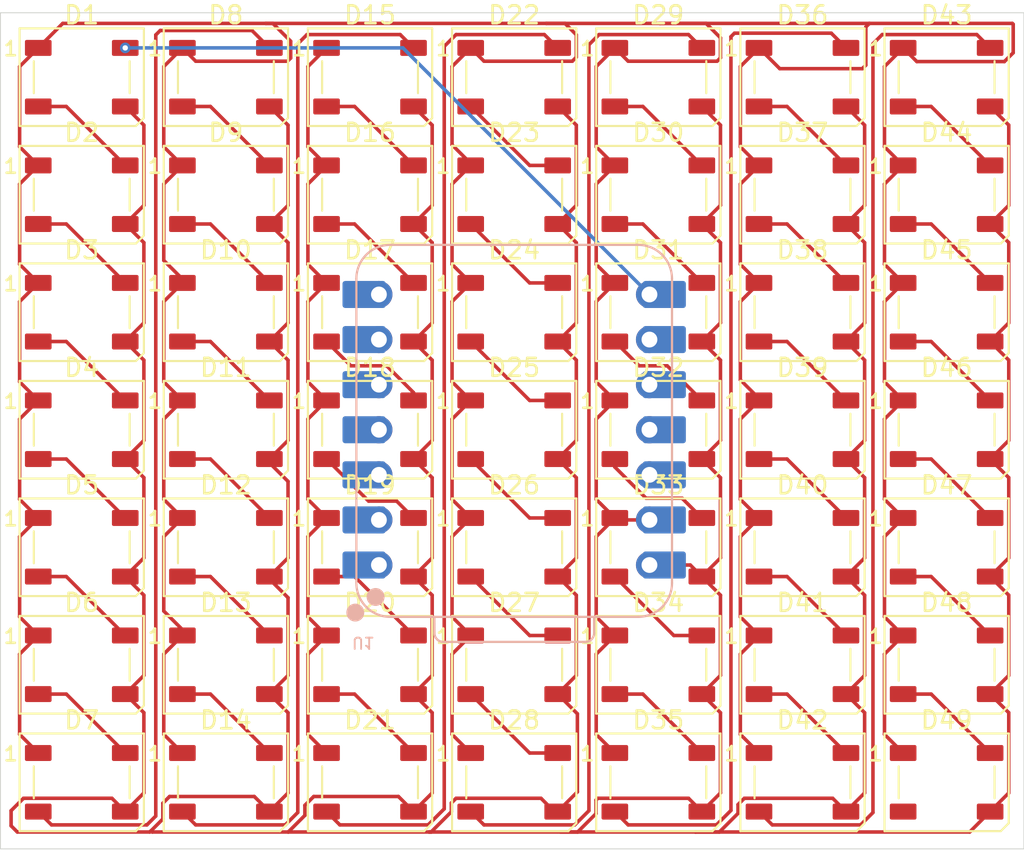
<source format=kicad_pcb>
(kicad_pcb (version 20240108) (generator "pcbnew") (generator_version "8.0")
  (layers (0 "F.Cu" signal) (31 "B.Cu" signal) (34 "B.Paste" user) (35 "F.Paste" user) (36 "B.SilkS" user "B.Silkscreen") (37 "F.SilkS" user "F.Silkscreen") (38 "B.Mask" user) (39 "F.Mask" user) (44 "Edge.Cuts" user))
  (net 0 "")
  (net 12 "GND")
  (net 13 "GNDPWR")
  (net 14 "Net-(D1-DOUT)")
  (net 15 "Net-(D1-DIN)")
  (net 16 "Net-(D2-DOUT)")
  (net 17 "Net-(D3-DOUT)")
  (net 18 "Net-(D4-DOUT)")
  (net 19 "Net-(D5-DOUT)")
  (net 20 "Net-(D6-DOUT)")
  (net 21 "Net-(D7-DOUT)")
  (net 22 "Net-(D8-DOUT)")
  (net 23 "Net-(D10-DIN)")
  (net 24 "Net-(D10-DOUT)")
  (net 25 "Net-(D11-DOUT)")
  (net 26 "Net-(D12-DOUT)")
  (net 27 "Net-(D13-DOUT)")
  (net 28 "Net-(D14-DOUT)")
  (net 29 "Net-(D15-DOUT)")
  (net 30 "Net-(D16-DOUT)")
  (net 31 "Net-(D17-DOUT)")
  (net 32 "Net-(D18-DOUT)")
  (net 33 "Net-(D19-DOUT)")
  (net 34 "Net-(D20-DOUT)")
  (net 35 "Net-(D21-DOUT)")
  (net 36 "Net-(D22-DOUT)")
  (net 37 "Net-(D23-DOUT)")
  (net 38 "Net-(D24-DOUT)")
  (net 39 "Net-(D25-DOUT)")
  (net 40 "Net-(D26-DOUT)")
  (net 41 "Net-(D27-DOUT)")
  (net 42 "Net-(D28-DOUT)")
  (net 43 "Net-(D29-DOUT)")
  (net 44 "Net-(D30-DOUT)")
  (net 45 "Net-(D31-DOUT)")
  (net 46 "Net-(D32-DOUT)")
  (net 47 "Net-(D33-DOUT)")
  (net 48 "Net-(D34-DOUT)")
  (net 49 "Net-(D35-DOUT)")
  (net 50 "Net-(D36-DOUT)")
  (net 51 "Net-(D37-DOUT)")
  (net 52 "Net-(D38-DOUT)")
  (net 53 "Net-(D39-DOUT)")
  (net 54 "Net-(D40-DOUT)")
  (net 55 "Net-(D41-DOUT)")
  (net 56 "Net-(D42-DOUT)")
  (net 57 "Net-(D43-DOUT)")
  (net 58 "Net-(D44-DOUT)")
  (net 59 "Net-(D45-DOUT)")
  (net 60 "Net-(D46-DOUT)")
  (net 61 "Net-(D47-DOUT)")
  (net 62 "Net-(D48-DOUT)")
  (footprint "LED_SMD:LED_WS2812B_PLCC4_5.0x5.0mm_P3.2mm" (layer "F.Cu") (at 162.55 90.98)
    (property "Reference" "D48")
    (property "Value" "WS2812B")
  )
  (footprint "LED_SMD:LED_WS2812B_PLCC4_5.0x5.0mm_P3.2mm" (layer "F.Cu") (at 154.43 97.6)
    (property "Reference" "D42")
    (property "Value" "WS2812B")
  )
  (footprint "LED_SMD:LED_WS2812B_PLCC4_5.0x5.0mm_P3.2mm" (layer "F.Cu") (at 130.07 71.12)
    (property "Reference" "D17")
    (property "Value" "WS2812B")
  )
  (footprint "LED_SMD:LED_WS2812B_PLCC4_5.0x5.0mm_P3.2mm" (layer "F.Cu") (at 121.95 77.74)
    (property "Reference" "D11")
    (property "Value" "WS2812B")
  )
  (footprint "LED_SMD:LED_WS2812B_PLCC4_5.0x5.0mm_P3.2mm" (layer "F.Cu") (at 113.83 77.74)
    (property "Reference" "D4")
    (property "Value" "WS2812B")
  )
  (footprint "LED_SMD:LED_WS2812B_PLCC4_5.0x5.0mm_P3.2mm" (layer "F.Cu") (at 146.31 71.12)
    (property "Reference" "D31")
    (property "Value" "WS2812B")
  )
  (footprint "LED_SMD:LED_WS2812B_PLCC4_5.0x5.0mm_P3.2mm" (layer "F.Cu") (at 154.43 71.12)
    (property "Reference" "D38")
    (property "Value" "WS2812B")
  )
  (footprint "LED_SMD:LED_WS2812B_PLCC4_5.0x5.0mm_P3.2mm" (layer "F.Cu") (at 130.07 77.74)
    (property "Reference" "D18")
    (property "Value" "WS2812B")
  )
  (footprint "LED_SMD:LED_WS2812B_PLCC4_5.0x5.0mm_P3.2mm" (layer "F.Cu") (at 162.55 64.5)
    (property "Reference" "D44")
    (property "Value" "WS2812B")
  )
  (footprint "LED_SMD:LED_WS2812B_PLCC4_5.0x5.0mm_P3.2mm" (layer "F.Cu") (at 162.55 97.6)
    (property "Reference" "D49")
    (property "Value" "WS2812B")
  )
  (footprint "LED_SMD:LED_WS2812B_PLCC4_5.0x5.0mm_P3.2mm" (layer "F.Cu") (at 138.19 97.6)
    (property "Reference" "D28")
    (property "Value" "WS2812B")
  )
  (footprint "LED_SMD:LED_WS2812B_PLCC4_5.0x5.0mm_P3.2mm" (layer "F.Cu") (at 138.19 90.98)
    (property "Reference" "D27")
    (property "Value" "WS2812B")
  )
  (footprint "LED_SMD:LED_WS2812B_PLCC4_5.0x5.0mm_P3.2mm" (layer "F.Cu") (at 130.07 57.88)
    (property "Reference" "D15")
    (property "Value" "WS2812B")
  )
  (footprint "LED_SMD:LED_WS2812B_PLCC4_5.0x5.0mm_P3.2mm" (layer "F.Cu") (at 146.31 97.6)
    (property "Reference" "D35")
    (property "Value" "WS2812B")
  )
  (footprint "LED_SMD:LED_WS2812B_PLCC4_5.0x5.0mm_P3.2mm" (layer "F.Cu") (at 154.43 90.98)
    (property "Reference" "D41")
    (property "Value" "WS2812B")
  )
  (footprint "LED_SMD:LED_WS2812B_PLCC4_5.0x5.0mm_P3.2mm" (layer "F.Cu") (at 113.83 90.98)
    (property "Reference" "D6")
    (property "Value" "WS2812B")
  )
  (footprint "LED_SMD:LED_WS2812B_PLCC4_5.0x5.0mm_P3.2mm" (layer "F.Cu") (at 146.31 90.98)
    (property "Reference" "D34")
    (property "Value" "WS2812B")
  )
  (footprint "LED_SMD:LED_WS2812B_PLCC4_5.0x5.0mm_P3.2mm" (layer "F.Cu") (at 138.19 57.88)
    (property "Reference" "D22")
    (property "Value" "WS2812B")
  )
  (footprint "LED_SMD:LED_WS2812B_PLCC4_5.0x5.0mm_P3.2mm" (layer "F.Cu") (at 154.43 64.5)
    (property "Reference" "D37")
    (property "Value" "WS2812B")
  )
  (footprint "LED_SMD:LED_WS2812B_PLCC4_5.0x5.0mm_P3.2mm" (layer "F.Cu") (at 113.83 84.36)
    (property "Reference" "D5")
    (property "Value" "WS2812B")
  )
  (footprint "LED_SMD:LED_WS2812B_PLCC4_5.0x5.0mm_P3.2mm" (layer "F.Cu") (at 121.95 57.88)
    (property "Reference" "D8")
    (property "Value" "WS2812B")
  )
  (footprint "LED_SMD:LED_WS2812B_PLCC4_5.0x5.0mm_P3.2mm" (layer "F.Cu") (at 162.55 84.36)
    (property "Reference" "D47")
    (property "Value" "WS2812B")
  )
  (footprint "LED_SMD:LED_WS2812B_PLCC4_5.0x5.0mm_P3.2mm" (layer "F.Cu") (at 130.07 97.6)
    (property "Reference" "D21")
    (property "Value" "WS2812B")
  )
  (footprint "LED_SMD:LED_WS2812B_PLCC4_5.0x5.0mm_P3.2mm" (layer "F.Cu") (at 162.55 71.12)
    (property "Reference" "D45")
    (property "Value" "WS2812B")
  )
  (footprint "LED_SMD:LED_WS2812B_PLCC4_5.0x5.0mm_P3.2mm" (layer "F.Cu") (at 146.31 57.88)
    (property "Reference" "D29")
    (property "Value" "WS2812B")
  )
  (footprint "LED_SMD:LED_WS2812B_PLCC4_5.0x5.0mm_P3.2mm" (layer "F.Cu") (at 154.43 77.74)
    (property "Reference" "D39")
    (property "Value" "WS2812B")
  )
  (footprint "LED_SMD:LED_WS2812B_PLCC4_5.0x5.0mm_P3.2mm" (layer "F.Cu") (at 138.19 84.36)
    (property "Reference" "D26")
    (property "Value" "WS2812B")
  )
  (footprint "LED_SMD:LED_WS2812B_PLCC4_5.0x5.0mm_P3.2mm" (layer "F.Cu") (at 130.07 90.98)
    (property "Reference" "D20")
    (property "Value" "WS2812B")
  )
  (footprint "LED_SMD:LED_WS2812B_PLCC4_5.0x5.0mm_P3.2mm" (layer "F.Cu") (at 138.19 71.12)
    (property "Reference" "D24")
    (property "Value" "WS2812B")
  )
  (footprint "LED_SMD:LED_WS2812B_PLCC4_5.0x5.0mm_P3.2mm" (layer "F.Cu") (at 162.55 77.74)
    (property "Reference" "D46")
    (property "Value" "WS2812B")
  )
  (footprint "LED_SMD:LED_WS2812B_PLCC4_5.0x5.0mm_P3.2mm" (layer "F.Cu") (at 138.19 77.74)
    (property "Reference" "D25")
    (property "Value" "WS2812B")
  )
  (footprint "LED_SMD:LED_WS2812B_PLCC4_5.0x5.0mm_P3.2mm" (layer "F.Cu") (at 121.95 71.12)
    (property "Reference" "D10")
    (property "Value" "WS2812B")
  )
  (footprint "LED_SMD:LED_WS2812B_PLCC4_5.0x5.0mm_P3.2mm" (layer "F.Cu") (at 138.19 64.5)
    (property "Reference" "D23")
    (property "Value" "WS2812B")
  )
  (footprint "LED_SMD:LED_WS2812B_PLCC4_5.0x5.0mm_P3.2mm" (layer "F.Cu") (at 121.95 90.98)
    (property "Reference" "D13")
    (property "Value" "WS2812B")
  )
  (footprint "LED_SMD:LED_WS2812B_PLCC4_5.0x5.0mm_P3.2mm" (layer "F.Cu") (at 113.83 64.5)
    (property "Reference" "D2")
    (property "Value" "WS2812B")
  )
  (footprint "LED_SMD:LED_WS2812B_PLCC4_5.0x5.0mm_P3.2mm" (layer "F.Cu") (at 130.07 64.5)
    (property "Reference" "D16")
    (property "Value" "WS2812B")
  )
  (footprint "LED_SMD:LED_WS2812B_PLCC4_5.0x5.0mm_P3.2mm" (layer "F.Cu") (at 113.83 97.6)
    (property "Reference" "D7")
    (property "Value" "WS2812B")
  )
  (footprint "LED_SMD:LED_WS2812B_PLCC4_5.0x5.0mm_P3.2mm" (layer "F.Cu") (at 154.43 57.88)
    (property "Reference" "D36")
    (property "Value" "WS2812B")
  )
  (footprint "LED_SMD:LED_WS2812B_PLCC4_5.0x5.0mm_P3.2mm" (layer "F.Cu") (at 113.83 57.88)
    (property "Reference" "D1")
    (property "Value" "WS2812B")
  )
  (footprint "LED_SMD:LED_WS2812B_PLCC4_5.0x5.0mm_P3.2mm" (layer "F.Cu") (at 154.43 84.36)
    (property "Reference" "D40")
    (property "Value" "WS2812B")
  )
  (footprint "LED_SMD:LED_WS2812B_PLCC4_5.0x5.0mm_P3.2mm" (layer "F.Cu") (at 146.31 84.36)
    (property "Reference" "D33")
    (property "Value" "WS2812B")
  )
  (footprint "LED_SMD:LED_WS2812B_PLCC4_5.0x5.0mm_P3.2mm" (layer "F.Cu") (at 162.55 57.88)
    (property "Reference" "D43")
    (property "Value" "WS2812B")
  )
  (footprint "LED_SMD:LED_WS2812B_PLCC4_5.0x5.0mm_P3.2mm" (layer "F.Cu") (at 146.31 77.74)
    (property "Reference" "D32")
    (property "Value" "WS2812B")
  )
  (footprint "LED_SMD:LED_WS2812B_PLCC4_5.0x5.0mm_P3.2mm" (layer "F.Cu") (at 130.07 84.36)
    (property "Reference" "D19")
    (property "Value" "WS2812B")
  )
  (footprint "LED_SMD:LED_WS2812B_PLCC4_5.0x5.0mm_P3.2mm" (layer "F.Cu") (at 146.31 64.5)
    (property "Reference" "D30")
    (property "Value" "WS2812B")
  )
  (footprint "LED_SMD:LED_WS2812B_PLCC4_5.0x5.0mm_P3.2mm" (layer "F.Cu") (at 121.95 84.36)
    (property "Reference" "D12")
    (property "Value" "WS2812B")
  )
  (footprint "LED_SMD:LED_WS2812B_PLCC4_5.0x5.0mm_P3.2mm" (layer "F.Cu") (at 121.95 64.5)
    (property "Reference" "D9")
    (property "Value" "WS2812B")
  )
  (footprint "LED_SMD:LED_WS2812B_PLCC4_5.0x5.0mm_P3.2mm" (layer "F.Cu") (at 121.95 97.6)
    (property "Reference" "D14")
    (property "Value" "WS2812B")
  )
  (footprint "LED_SMD:LED_WS2812B_PLCC4_5.0x5.0mm_P3.2mm" (layer "F.Cu") (at 113.83 71.12)
    (property "Reference" "D3")
    (property "Value" "WS2812B")
  )
  (footprint "Seeed Studio XIAO Series Library:XIAO-RP2040-DIP" (layer "B.Cu") (at 138.19 77.74)
    (property "Reference" "U1")
    (property "Value" "XIAO-RP2040-DIP")
  )
  (gr_rect (start 109.25 54.25) (end 166.9 101.35) (stroke (width 0.05)) (fill none) (layer "Edge.Cuts"))
  (segment (start 111.38 89.33) (end 110.33 90.38) (width 0.2) (layer "F.Cu") (net 12))
  (segment (start 119.5 89.33) (end 119.5 89) (width 0.2) (layer "F.Cu") (net 12))
  (segment (start 126.57 57.28) (end 126.57 61.8) (width 0.2) (layer "F.Cu") (net 12))
  (segment (start 110.33 57.28) (end 111.38 56.23) (width 0.2) (layer "F.Cu") (net 12))
  (segment (start 150.93 68.42) (end 150.93 63.9) (width 0.2) (layer "F.Cu") (net 12))
  (segment (start 110.33 90.38) (end 110.33 94.9) (width 0.2) (layer "F.Cu") (net 12))
  (segment (start 118.45 90.38) (end 119.5 89.33) (width 0.2) (layer "F.Cu") (net 12))
  (segment (start 158.2 54.85) (end 166.25 54.85) (width 0.2) (layer "F.Cu") (net 12))
  (segment (start 118.45 70.52) (end 119.5 69.47) (width 0.2) (layer "F.Cu") (net 12))
  (segment (start 159.05 90.38) (end 159.05 94.9) (width 0.2) (layer "F.Cu") (net 12))
  (segment (start 141.69 55.49) (end 141.05 54.85) (width 0.2) (layer "F.Cu") (net 12))
  (segment (start 144.61 56.98) (end 149.62 56.98) (width 0.2) (layer "F.Cu") (net 12))
  (segment (start 142.81 57.28) (end 142.81 61.8) (width 0.2) (layer "F.Cu") (net 12))
  (segment (start 150.93 81.66) (end 150.93 77.14) (width 0.2) (layer "F.Cu") (net 12))
  (segment (start 119.5 69.25) (end 118.45 68.2) (width 0.2) (layer "F.Cu") (net 12))
  (segment (start 110.33 88.28) (end 111.38 89.33) (width 0.2) (layer "F.Cu") (net 12))
  (segment (start 125.6 56.8) (end 125.6 55.855964) (width 0.2) (layer "F.Cu") (net 12))
  (segment (start 110.33 68.42) (end 111.38 69.47) (width 0.2) (layer "F.Cu") (net 12))
  (segment (start 134.69 81.66) (end 134.69 77.14) (width 0.2) (layer "F.Cu") (net 12))
  (segment (start 160.1 76.09) (end 159.05 77.14) (width 0.2) (layer "F.Cu") (net 12))
  (segment (start 158 57.2) (end 157.8 57.4) (width 0.2) (layer "F.Cu") (net 12))
  (segment (start 143.86 69.47) (end 142.81 70.52) (width 0.2) (layer "F.Cu") (net 12))
  (segment (start 118.45 57.28) (end 119.5 56.23) (width 0.2) (layer "F.Cu") (net 12))
  (segment (start 118.45 68.2) (end 118.45 63.9) (width 0.2) (layer "F.Cu") (net 12))
  (segment (start 110.33 63.9) (end 110.33 68.42) (width 0.2) (layer "F.Cu") (net 12))
  (segment (start 125.42 56.98) (end 125.6 56.8) (width 0.2) (layer "F.Cu") (net 12))
  (segment (start 126.57 81.66) (end 127.62 82.71) (width 0.2) (layer "F.Cu") (net 12))
  (segment (start 126.57 88.28) (end 127.62 89.33) (width 0.2) (layer "F.Cu") (net 12))
  (segment (start 149 54.85) (end 146.4 54.85) (width 0.2) (layer "F.Cu") (net 12))
  (segment (start 141.05 54.85) (end 140 54.85) (width 0.2) (layer "F.Cu") (net 12))
  (segment (start 111.38 82.71) (end 110.33 83.76) (width 0.2) (layer "F.Cu") (net 12))
  (segment (start 134.69 61.69) (end 134.69 57.28) (width 0.2) (layer "F.Cu") (net 12))
  (segment (start 126.57 94.9) (end 127.62 95.95) (width 0.2) (layer "F.Cu") (net 12))
  (segment (start 150.93 70.52) (end 151.98 69.47) (width 0.2) (layer "F.Cu") (net 12))
  (segment (start 151.98 95.95) (end 150.93 94.9) (width 0.2) (layer "F.Cu") (net 12))
  (segment (start 126.57 77.14) (end 126.57 81.66) (width 0.2) (layer "F.Cu") (net 12))
  (segment (start 135.74 76.09) (end 134.69 75.04) (width 0.2) (layer "F.Cu") (net 12))
  (segment (start 134.69 68.42) (end 134.69 63.9) (width 0.2) (layer "F.Cu") (net 12))
  (segment (start 153.15 57.4) (end 151.98 56.23) (width 0.2) (layer "F.Cu") (net 12))
  (segment (start 159.05 70.52) (end 159.05 75.04) (width 0.2) (layer "F.Cu") (net 12))
  (segment (start 111.38 62.85) (end 110.33 63.9) (width 0.2) (layer "F.Cu") (net 12))
  (segment (start 110.33 77.14) (end 110.33 81.66) (width 0.2) (layer "F.Cu") (net 12))
  (segment (start 124.594036 54.85) (end 124.2 54.85) (width 0.2) (layer "F.Cu") (net 12))
  (segment (start 142.81 94.9) (end 143.86 95.95) (width 0.2) (layer "F.Cu") (net 12))
  (segment (start 134.69 63.9) (end 135.74 62.85) (width 0.2) (layer "F.Cu") (net 12))
  (segment (start 118.45 81.66) (end 118.45 77.14) (width 0.2) (layer "F.Cu") (net 12))
  (segment (start 150.93 77.14) (end 151.98 76.09) (width 0.2) (layer "F.Cu") (net 12))
  (segment (start 143.97 82.82) (end 143.86 82.71) (width 0.2) (layer "F.Cu") (net 12))
  (segment (start 143.86 76.09) (end 142.81 77.14) (width 0.2) (layer "F.Cu") (net 12))
  (segment (start 118.45 83.76) (end 119.5 82.71) (width 0.2) (layer "F.Cu") (net 12))
  (segment (start 110.33 75.04) (end 111.38 76.09) (width 0.2) (layer "F.Cu") (net 12))
  (segment (start 157.8 57.4) (end 153.15 57.4) (width 0.2) (layer "F.Cu") (net 12))
  (segment (start 118.45 61.8) (end 118.45 57.28) (width 0.2) (layer "F.Cu") (net 12))
  (segment (start 126.57 70.52) (end 126.57 75.04) (width 0.2) (layer "F.Cu") (net 12))
  (segment (start 118.45 63.9) (end 119.5 62.85) (width 0.2) (layer "F.Cu") (net 12))
  (segment (start 166.3 56.504036) (end 165.804036 57) (width 0.2) (layer "F.Cu") (net 12))
  (segment (start 150.93 61.8) (end 150.93 57.28) (width 0.2) (layer "F.Cu") (net 12))
  (segment (start 150.93 57.28) (end 151.98 56.23) (width 0.2) (layer "F.Cu") (net 12))
  (segment (start 134.69 70.52) (end 135.74 69.47) (width 0.2) (layer "F.Cu") (net 12))
  (segment (start 135.74 69.47) (end 134.69 68.42) (width 0.2) (layer "F.Cu") (net 12))
  (segment (start 160.1 69.47) (end 159.05 70.52) (width 0.2) (layer "F.Cu") (net 12))
  (segment (start 127.62 76.09) (end 126.57 77.14) (width 0.2) (layer "F.Cu") (net 12))
  (segment (start 143.86 82.71) (end 142.81 83.76) (width 0.2) (layer "F.Cu") (net 12))
  (segment (start 159.05 94.9) (end 160.1 95.95) (width 0.2) (layer "F.Cu") (net 12))
  (segment (start 166.3 54.9) (end 166.3 56.504036) (width 0.2) (layer "F.Cu") (net 12))
  (segment (start 110.33 94.9) (end 111.38 95.95) (width 0.2) (layer "F.Cu") (net 12))
  (segment (start 134.69 75.04) (end 134.69 70.52) (width 0.2) (layer "F.Cu") (net 12))
  (segment (start 119.5 95.95) (end 118.45 94.9) (width 0.2) (layer "F.Cu") (net 12))
  (segment (start 151.98 69.47) (end 150.93 68.42) (width 0.2) (layer "F.Cu") (net 12))
  (segment (start 135.74 95.95) (end 134.69 94.9) (width 0.2) (layer "F.Cu") (net 12))
  (segment (start 151.98 62.85) (end 150.93 61.8) (width 0.2) (layer "F.Cu") (net 12))
  (segment (start 110.33 83.76) (end 110.33 88.28) (width 0.2) (layer "F.Cu") (net 12))
  (segment (start 143.86 56.23) (end 144.61 56.98) (width 0.2) (layer "F.Cu") (net 12))
  (segment (start 110.33 70.52) (end 110.33 75.04) (width 0.2) (layer "F.Cu") (net 12))
  (segment (start 142.81 70.52) (end 142.81 75.04) (width 0.2) (layer "F.Cu") (net 12))
  (segment (start 160.1 56.23) (end 159.05 57.28) (width 0.2) (layer "F.Cu") (net 12))
  (segment (start 159.05 83.76) (end 159.05 88.28) (width 0.2) (layer "F.Cu") (net 12))
  (segment (start 127.62 69.47) (end 126.57 70.52) (width 0.2) (layer "F.Cu") (net 12))
  (segment (start 134.69 88.28) (end 134.69 83.76) (width 0.2) (layer "F.Cu") (net 12))
  (segment (start 141.69 56.754036) (end 141.69 55.49) (width 0.2) (layer "F.Cu") (net 12))
  (segment (start 160.1 82.71) (end 159.05 83.76) (width 0.2) (layer "F.Cu") (net 12))
  (segment (start 143.86 62.85) (end 142.81 63.9) (width 0.2) (layer "F.Cu") (net 12))
  (segment (start 149.81 56.79) (end 149.81 55.66) (width 0.2) (layer "F.Cu") (net 12))
  (segment (start 111.38 76.09) (end 110.33 77.14) (width 0.2) (layer "F.Cu") (net 12))
  (segment (start 150.93 94.9) (end 150.93 90.38) (width 0.2) (layer "F.Cu") (net 12))
  (segment (start 166.25 54.85) (end 166.3 54.9) (width 0.2) (layer "F.Cu") (net 12))
  (segment (start 160.1 62.85) (end 159.05 63.9) (width 0.2) (layer "F.Cu") (net 12))
  (segment (start 135.74 82.71) (end 134.69 81.66) (width 0.2) (layer "F.Cu") (net 12))
  (segment (start 126.57 75.04) (end 127.62 76.09) (width 0.2) (layer "F.Cu") (net 12))
  (segment (start 120.25 56.98) (end 125.42 56.98) (width 0.2) (layer "F.Cu") (net 12))
  (segment (start 134.69 90.38) (end 135.74 89.33) (width 0.2) (layer "F.Cu") (net 12))
  (segment (start 146.4 54.85) (end 158.2 54.85) (width 0.2) (layer "F.Cu") (net 12))
  (segment (start 119.5 76.09) (end 118.45 75.04) (width 0.2) (layer "F.Cu") (net 12))
  (segment (start 119.5 62.85) (end 118.45 61.8) (width 0.2) (layer "F.Cu") (net 12))
  (segment (start 127.62 89.33) (end 126.57 90.38) (width 0.2) (layer "F.Cu") (net 12))
  (segment (start 159.05 61.8) (end 160.1 62.85) (width 0.2) (layer "F.Cu") (net 12))
  (segment (start 142.81 88.28) (end 143.86 89.33) (width 0.2) (layer "F.Cu") (net 12))
  (segment (start 159.05 57.28) (end 159.05 61.8) (width 0.2) (layer "F.Cu") (net 12))
  (segment (start 158.2 54.85) (end 158 55.05) (width 0.2) (layer "F.Cu") (net 12))
  (segment (start 119.5 56.23) (end 120.25 56.98) (width 0.2) (layer "F.Cu") (net 12))
  (segment (start 126.57 90.38) (end 126.57 94.9) (width 0.2) (layer "F.Cu") (net 12))
  (segment (start 150.93 83.76) (end 151.98 82.71) (width 0.2) (layer "F.Cu") (net 12))
  (segment (start 149.81 55.66) (end 149 54.85) (width 0.2) (layer "F.Cu") (net 12))
  (segment (start 159.05 75.04) (end 160.1 76.09) (width 0.2) (layer "F.Cu") (net 12))
  (segment (start 135.74 56.23) (end 136.49 56.98) (width 0.2) (layer "F.Cu") (net 12))
  (segment (start 126.57 61.8) (end 127.62 62.85) (width 0.2) (layer "F.Cu") (net 12))
  (segment (start 135.74 62.85) (end 135.74 62.74) (width 0.2) (layer "F.Cu") (net 12))
  (segment (start 112.76 54.85) (end 111.38 56.23) (width 0.2) (layer "F.Cu") (net 12))
  (segment (start 151.98 82.71) (end 150.93 81.66) (width 0.2) (layer "F.Cu") (net 12))
  (segment (start 160.1 89.33) (end 159.05 90.38) (width 0.2) (layer "F.Cu") (net 12))
  (segment (start 119.5 89) (end 118.45 87.95) (width 0.2) (layer "F.Cu") (net 12))
  (segment (start 134.69 77.14) (end 135.74 76.09) (width 0.2) (layer "F.Cu") (net 12))
  (segment (start 118.45 77.14) (end 119.5 76.09) (width 0.2) (layer "F.Cu") (net 12))
  (segment (start 142.81 81.66) (end 143.86 82.71) (width 0.2) (layer "F.Cu") (net 12))
  (segment (start 127.62 56.23) (end 126.57 57.28) (width 0.2) (layer "F.Cu") (net 12))
  (segment (start 134.69 83.76) (end 135.74 82.71) (width 0.2) (layer "F.Cu") (net 12))
  (segment (start 119.5 69.47) (end 119.5 69.25) (width 0.2) (layer "F.Cu") (net 12))
  (segment (start 126.57 63.9) (end 126.57 68.42) (width 0.2) (layer "F.Cu") (net 12))
  (segment (start 140 54.85) (end 146.4 54.85) (width 0.2) (layer "F.Cu") (net 12))
  (segment (start 159.05 81.66) (end 160.1 82.71) (width 0.2) (layer "F.Cu") (net 12))
  (segment (start 126.57 68.42) (end 127.62 69.47) (width 0.2) (layer "F.Cu") (net 12))
  (segment (start 118.45 87.95) (end 118.45 83.76) (width 0.2) (layer "F.Cu") (net 12))
  (segment (start 118.45 94.9) (end 118.45 90.38) (width 0.2) (layer "F.Cu") (net 12))
  (segment (start 159.05 77.14) (end 159.05 81.66) (width 0.2) (layer "F.Cu") (net 12))
  (segment (start 150.93 90.38) (end 151.98 89.33) (width 0.2) (layer "F.Cu") (net 12))
  (segment (start 142.81 68.42) (end 143.86 69.47) (width 0.2) (layer "F.Cu") (net 12))
  (segment (start 111.38 62.85) (end 110.33 61.8) (width 0.2) (layer "F.Cu") (net 12))
  (segment (start 136.49 56.98) (end 141.464036 56.98) (width 0.2) (layer "F.Cu") (net 12))
  (segment (start 127.62 82.71) (end 126.57 83.76) (width 0.2) (layer "F.Cu") (net 12))
  (segment (start 159.05 68.42) (end 160.1 69.47) (width 0.2) (layer "F.Cu") (net 12))
  (segment (start 135.74 62.74) (end 134.69 61.69) (width 0.2) (layer "F.Cu") (net 12))
  (segment (start 124.2 54.85) (end 140 54.85) (width 0.2) (layer "F.Cu") (net 12))
  (segment (start 118.45 75.04) (end 118.45 70.52) (width 0.2) (layer "F.Cu") (net 12))
  (segment (start 150.93 88.28) (end 150.93 83.76) (width 0.2) (layer "F.Cu") (net 12))
  (segment (start 127.62 62.85) (end 126.57 63.9) (width 0.2) (layer "F.Cu") (net 12))
  (segment (start 150.93 74.93) (end 150.93 70.52) (width 0.2) (layer "F.Cu") (net 12))
  (segment (start 151.98 76.09) (end 151.98 75.98) (width 0.2) (layer "F.Cu") (net 12))
  (segment (start 142.81 90.38) (end 142.81 94.9) (width 0.2) (layer "F.Cu") (net 12))
  (segment (start 151.98 89.33) (end 150.93 88.28) (width 0.2) (layer "F.Cu") (net 12))
  (segment (start 160.87 57) (end 160.1 56.23) (width 0.2) (layer "F.Cu") (net 12))
  (segment (start 126.57 83.76) (end 126.57 88.28) (width 0.2) (layer "F.Cu") (net 12))
  (segment (start 145.81 82.82) (end 143.97 82.82) (width 0.2) (layer "F.Cu") (net 12))
  (segment (start 142.81 83.76) (end 142.81 88.28) (width 0.2) (layer "F.Cu") (net 12))
  (segment (start 159.05 88.28) (end 160.1 89.33) (width 0.2) (layer "F.Cu") (net 12))
  (segment (start 165.804036 57) (end 160.87 57) (width 0.2) (layer "F.Cu") (net 12))
  (segment (start 143.86 56.23) (end 142.81 57.28) (width 0.2) (layer "F.Cu") (net 12))
  (segment (start 150.93 63.9) (end 151.98 62.85) (width 0.2) (layer "F.Cu") (net 12))
  (segment (start 158 55.05) (end 158 57.2) (width 0.2) (layer "F.Cu") (net 12))
  (segment (start 142.81 77.14) (end 142.81 81.66) (width 0.2) (layer "F.Cu") (net 12))
  (segment (start 141.464036 56.98) (end 141.69 56.754036) (width 0.2) (layer "F.Cu") (net 12))
  (segment (start 134.69 94.9) (end 134.69 90.38) (width 0.2) (layer "F.Cu") (net 12))
  (segment (start 125.6 55.855964) (end 124.594036 54.85) (width 0.2) (layer "F.Cu") (net 12))
  (segment (start 151.98 75.98) (end 150.93 74.93) (width 0.2) (layer "F.Cu") (net 12))
  (segment (start 135.74 89.33) (end 134.69 88.28) (width 0.2) (layer "F.Cu") (net 12))
  (segment (start 110.33 81.66) (end 111.38 82.71) (width 0.2) (layer "F.Cu") (net 12))
  (segment (start 142.81 63.9) (end 142.81 68.42) (width 0.2) (layer "F.Cu") (net 12))
  (segment (start 142.81 75.04) (end 143.86 76.09) (width 0.2) (layer "F.Cu") (net 12))
  (segment (start 111.38 69.47) (end 110.33 70.52) (width 0.2) (layer "F.Cu") (net 12))
  (segment (start 143.86 89.33) (end 142.81 90.38) (width 0.2) (layer "F.Cu") (net 12))
  (segment (start 110.33 61.8) (end 110.33 57.28) (width 0.2) (layer "F.Cu") (net 12))
  (segment (start 119.5 82.71) (end 118.45 81.66) (width 0.2) (layer "F.Cu") (net 12))
  (segment (start 159.05 63.9) (end 159.05 68.42) (width 0.2) (layer "F.Cu") (net 12))
  (segment (start 124.2 54.85) (end 112.76 54.85) (width 0.2) (layer "F.Cu") (net 12))
  (segment (start 134.69 57.28) (end 135.74 56.23) (width 0.2) (layer "F.Cu") (net 12))
  (segment (start 142.81 61.8) (end 143.86 62.85) (width 0.2) (layer "F.Cu") (net 12))
  (segment (start 149.62 56.98) (end 149.81 56.79) (width 0.2) (layer "F.Cu") (net 12))
  (segment (start 165 79.39) (end 166.05 78.34) (width 0.2) (layer "F.Cu") (net 13))
  (segment (start 166.05 73.82) (end 165 72.77) (width 0.2) (layer "F.Cu") (net 13))
  (segment (start 118.4 99.665686) (end 118.4 98.775964) (width 0.2) (layer "F.Cu") (net 13))
  (segment (start 157.93 91.58) (end 156.88 92.63) (width 0.2) (layer "F.Cu") (net 13))
  (segment (start 133.57 67.2) (end 133.57 71.72) (width 0.2) (layer "F.Cu") (net 13))
  (segment (start 149.81 84.96) (end 149.81 80.44) (width 0.2) (layer "F.Cu") (net 13))
  (segment (start 157.93 87.06) (end 157.93 91.58) (width 0.2) (layer "F.Cu") (net 13))
  (segment (start 141.765686 100.4) (end 140.8 100.4) (width 0.2) (layer "F.Cu") (net 13))
  (segment (start 134.65 99.259722) (end 133.509722 100.4) (width 0.2) (layer "F.Cu") (net 13))
  (segment (start 125.45 60.58) (end 125.45 65.1) (width 0.2) (layer "F.Cu") (net 13))
  (segment (start 166.05 98.2) (end 166.05 93.68) (width 0.2) (layer "F.Cu") (net 13))
  (segment (start 116.28 79.39) (end 117.33 80.44) (width 0.2) (layer "F.Cu") (net 13))
  (segment (start 157.93 73.82) (end 157.93 78.34) (width 0.2) (layer "F.Cu") (net 13))
  (segment (start 141.69 84.96) (end 140.64 86.01) (width 0.2) (layer "F.Cu") (net 13))
  (segment (start 141.69 71.72) (end 140.64 72.77) (width 0.2) (layer "F.Cu") (net 13))
  (segment (start 166.05 93.68) (end 165 92.63) (width 0.2) (layer "F.Cu") (net 13))
  (segment (start 150.8 99.349722) (end 149.749722 100.4) (width 0.2) (layer "F.Cu") (net 13))
  (segment (start 133.57 80.44) (end 133.57 84.96) (width 0.2) (layer "F.Cu") (net 13))
  (segment (start 148.11 85.36) (end 148.76 86.01) (width 0.2) (layer "F.Cu") (net 13))
  (segment (start 141.69 91.58) (end 140.64 92.63) (width 0.2) (layer "F.Cu") (net 13))
  (segment (start 133.57 78.34) (end 132.52 79.39) (width 0.2) (layer "F.Cu") (net 13))
  (segment (start 141.69 87.06) (end 141.69 91.58) (width 0.2) (layer "F.Cu") (net 13))
  (segment (start 123.55 98.4) (end 124.4 99.25) (width 0.2) (layer "F.Cu") (net 13))
  (segment (start 148.76 79.39) (end 149.81 78.34) (width 0.2) (layer "F.Cu") (net 13))
  (segment (start 157.93 98.2) (end 156.88 99.25) (width 0.2) (layer "F.Cu") (net 13))
  (segment (start 156.88 99.25) (end 156.13 98.5) (width 0.2) (layer "F.Cu") (net 13))
  (segment (start 163.85 100.4) (end 148.4 100.4) (width 0.2) (layer "F.Cu") (net 13))
  (segment (start 149.81 98.2) (end 149.81 93.68) (width 0.2) (layer "F.Cu") (net 13))
  (segment (start 145.81 85.36) (end 148.11 85.36) (width 0.2) (layer "F.Cu") (net 13))
  (segment (start 148.76 99.25) (end 149.81 98.2) (width 0.2) (layer "F.Cu") (net 13))
  (segment (start 166.05 87.06) (end 165 86.01) (width 0.2) (layer "F.Cu") (net 13))
  (segment (start 133.509722 100.4) (end 133.4 100.4) (width 0.2) (layer "F.Cu") (net 13))
  (segment (start 133.57 93.68) (end 133.57 98.2) (width 0.2) (layer "F.Cu") (net 13))
  (segment (start 125.45 91.58) (end 124.4 92.63) (width 0.2) (layer "F.Cu") (net 13))
  (segment (start 149.81 73.82) (end 148.76 72.77) (width 0.2) (layer "F.Cu") (net 13))
  (segment (start 132.52 59.53) (end 133.57 60.58) (width 0.2) (layer "F.Cu") (net 13))
  (segment (start 117.33 80.44) (end 117.33 84.96) (width 0.2) (layer "F.Cu") (net 13))
  (segment (start 117.33 84.96) (end 116.28 86.01) (width 0.2) (layer "F.Cu") (net 13))
  (segment (start 141.69 60.58) (end 141.69 65.1) (width 0.2) (layer "F.Cu") (net 13))
  (segment (start 117.33 65.1) (end 116.28 66.15) (width 0.2) (layer "F.Cu") (net 13))
  (segment (start 117.33 73.82) (end 117.33 78.34) (width 0.2) (layer "F.Cu") (net 13))
  (segment (start 156.88 92.63) (end 157.93 93.68) (width 0.2) (layer "F.Cu") (net 13))
  (segment (start 139.7 98.5) (end 134.915964 98.5) (width 0.2) (layer "F.Cu") (net 13))
  (segment (start 125.45 84.96) (end 124.4 86.01) (width 0.2) (layer "F.Cu") (net 13))
  (segment (start 151.155964 98.5) (end 150.8 98.855964) (width 0.2) (layer "F.Cu") (net 13))
  (segment (start 133.57 87.06) (end 133.57 91.58) (width 0.2) (layer "F.Cu") (net 13))
  (segment (start 149.81 78.34) (end 149.81 73.82) (width 0.2) (layer "F.Cu") (net 13))
  (segment (start 116.28 59.53) (end 117.33 60.58) (width 0.2) (layer "F.Cu") (net 13))
  (segment (start 124.4 86.01) (end 124.4 86.15) (width 0.2) (layer "F.Cu") (net 13))
  (segment (start 124.4 79.6) (end 125.45 80.65) (width 0.2) (layer "F.Cu") (net 13))
  (segment (start 125.45 93.68) (end 125.45 98.2) (width 0.2) (layer "F.Cu") (net 13))
  (segment (start 117.665686 100.4) (end 117.732843 100.332843) (width 0.2) (layer "F.Cu") (net 13))
  (segment (start 116.28 86.01) (end 117.33 87.06) (width 0.2) (layer "F.Cu") (net 13))
  (segment (start 133.57 73.82) (end 133.57 78.34) (width 0.2) (layer "F.Cu") (net 13))
  (segment (start 157.93 65.1) (end 156.88 66.15) (width 0.2) (layer "F.Cu") (net 13))
  (segment (start 140.64 72.77) (end 141.69 73.82) (width 0.2) (layer "F.Cu") (net 13))
  (segment (start 148.01 98.5) (end 142.9 98.5) (width 0.2) (layer "F.Cu") (net 13))
  (segment (start 116.28 59.53) (end 116.28 59.345685) (width 0.2) (layer "F.Cu") (net 13))
  (segment (start 125.45 71.72) (end 124.4 72.77) (width 0.2) (layer "F.Cu") (net 13))
  (segment (start 134.915964 98.5) (end 134.65 98.765964) (width 0.2) (layer "F.Cu") (net 13))
  (segment (start 125.45 67.2) (end 125.45 71.72) (width 0.2) (layer "F.Cu") (net 13))
  (segment (start 125.45 73.82) (end 125.45 78.34) (width 0.2) (layer "F.Cu") (net 13))
  (segment (start 148.76 66.15) (end 149.81 65.1) (width 0.2) (layer "F.Cu") (net 13))
  (segment (start 166.05 60.58) (end 165 59.53) (width 0.2) (layer "F.Cu") (net 13))
  (segment (start 141.69 78.34) (end 140.64 79.39) (width 0.2) (layer "F.Cu") (net 13))
  (segment (start 117.33 87.06) (end 117.33 91.58) (width 0.2) (layer "F.Cu") (net 13))
  (segment (start 116.28 99.25) (end 115.53 98.5) (width 0.2) (layer "F.Cu") (net 13))
  (segment (start 124.4 72.77) (end 125.45 73.82) (width 0.2) (layer "F.Cu") (net 13))
  (segment (start 117.732843 100.332843) (end 117.8 100.4) (width 0.2) (layer "F.Cu") (net 13))
  (segment (start 117.33 78.34) (end 116.28 79.39) (width 0.2) (layer "F.Cu") (net 13))
  (segment (start 157.93 71.72) (end 156.88 72.77) (width 0.2) (layer "F.Cu") (net 13))
  (segment (start 132.52 72.77) (end 133.57 73.82) (width 0.2) (layer "F.Cu") (net 13))
  (segment (start 165 66.15) (end 166.05 65.1) (width 0.2) (layer "F.Cu") (net 13))
  (segment (start 166.05 78.34) (end 166.05 73.82) (width 0.2) (layer "F.Cu") (net 13))
  (segment (start 141.69 65.1) (end 140.64 66.15) (width 0.2) (layer "F.Cu") (net 13))
  (segment (start 140.45 99.25) (end 139.7 98.5) (width 0.2) (layer "F.Cu") (net 13))
  (segment (start 148.76 72.77) (end 149.81 71.72) (width 0.2) (layer "F.Cu") (net 13))
  (segment (start 140.64 99.25) (end 141.75 98.14) (width 0.2) (layer "F.Cu") (net 13))
  (segment (start 117.33 91.58) (end 116.28 92.63) (width 0.2) (layer "F.Cu") (net 13))
  (segment (start 125.45 98.2) (end 124.4 99.25) (width 0.2) (layer "F.Cu") (net 13))
  (segment (start 110.2 100.4) (end 117.665686 100.4) (width 0.2) (layer "F.Cu") (net 13))
  (segment (start 110.55 98.5) (end 109.85 99.2) (width 0.2) (layer "F.Cu") (net 13))
  (segment (start 132.52 92.63) (end 133.57 93.68) (width 0.2) (layer "F.Cu") (net 13))
  (segment (start 141.75 98.14) (end 141.75 93.74) (width 0.2) (layer "F.Cu") (net 13))
  (segment (start 115.53 98.5) (end 110.55 98.5) (width 0.2) (layer "F.Cu") (net 13))
  (segment (start 133.4 100.4) (end 148.4 100.4) (width 0.2) (layer "F.Cu") (net 13))
  (segment (start 141.69 73.82) (end 141.69 78.34) (width 0.2) (layer "F.Cu") (net 13))
  (segment (start 157.93 60.58) (end 157.93 65.1) (width 0.2) (layer "F.Cu") (net 13))
  (segment (start 166.05 84.96) (end 166.05 80.44) (width 0.2) (layer "F.Cu") (net 13))
  (segment (start 156.88 79.39) (end 157.93 80.44) (width 0.2) (layer "F.Cu") (net 13))
  (segment (start 125.45 65.1) (end 124.4 66.15) (width 0.2) (layer "F.Cu") (net 13))
  (segment (start 166.05 71.72) (end 166.05 67.2) (width 0.2) (layer "F.Cu") (net 13))
  (segment (start 117.33 67.2) (end 116.28 66.15) (width 0.2) (layer "F.Cu") (net 13))
  (segment (start 156.88 86.01) (end 157.93 87.06) (width 0.2) (layer "F.Cu") (net 13))
  (segment (start 156.88 72.77) (end 157.93 73.82) (width 0.2) (layer "F.Cu") (net 13))
  (segment (start 165 86.01) (end 166.05 84.96) (width 0.2) (layer "F.Cu") (net 13))
  (segment (start 149.81 80.44) (end 148.76 79.39) (width 0.2) (layer "F.Cu") (net 13))
  (segment (start 149.81 71.72) (end 149.81 67.2) (width 0.2) (layer "F.Cu") (net 13))
  (segment (start 142.8 99.365686) (end 141.765686 100.4) (width 0.2) (layer "F.Cu") (net 13))
  (segment (start 165 99.25) (end 163.85 100.4) (width 0.2) (layer "F.Cu") (net 13))
  (segment (start 133.57 91.58) (end 132.52 92.63) (width 0.2) (layer "F.Cu") (net 13))
  (segment (start 132.52 66.15) (end 133.57 67.2) (width 0.2) (layer "F.Cu") (net 13))
  (segment (start 165 99.25) (end 166.05 98.2) (width 0.2) (layer "F.Cu") (net 13))
  (segment (start 117.33 93.68) (end 117.33 98.2) (width 0.2) (layer "F.Cu") (net 13))
  (segment (start 140.64 59.53) (end 141.69 60.58) (width 0.2) (layer "F.Cu") (net 13))
  (segment (start 142.9 98.5) (end 142.8 98.6) (width 0.2) (layer "F.Cu") (net 13))
  (segment (start 109.85 99.2) (end 109.85 100.05) (width 0.2) (layer "F.Cu") (net 13))
  (segment (start 132.52 79.39) (end 133.57 80.44) (width 0.2) (layer "F.Cu") (net 13))
  (segment (start 157.93 93.68) (end 157.93 98.2) (width 0.2) (layer "F.Cu") (net 13))
  (segment (start 126.4 99.46165) (end 126.4 98.895964) (width 0.2) (layer "F.Cu") (net 13))
  (segment (start 157.93 78.34) (end 156.88 79.39) (width 0.2) (layer "F.Cu") (net 13))
  (segment (start 118.775964 98.4) (end 123.55 98.4) (width 0.2) (layer "F.Cu") (net 13))
  (segment (start 148.76 92.63) (end 149.81 91.58) (width 0.2) (layer "F.Cu") (net 13))
  (segment (start 124.4 59.53) (end 125.45 60.58) (width 0.2) (layer "F.Cu") (net 13))
  (segment (start 142.8 98.6) (end 142.8 99.365686) (width 0.2) (layer "F.Cu") (net 13))
  (segment (start 117.33 71.72) (end 117.33 67.2) (width 0.2) (layer "F.Cu") (net 13))
  (segment (start 157.93 80.44) (end 157.93 84.96) (width 0.2) (layer "F.Cu") (net 13))
  (segment (start 149.81 87.06) (end 148.76 86.01) (width 0.2) (layer "F.Cu") (net 13))
  (segment (start 124.4 79.39) (end 124.4 79.6) (width 0.2) (layer "F.Cu") (net 13))
  (segment (start 124.4 66.15) (end 125.45 67.2) (width 0.2) (layer "F.Cu") (net 13))
  (segment (start 149.81 67.2) (end 148.76 66.15) (width 0.2) (layer "F.Cu") (net 13))
  (segment (start 165 72.77) (end 166.05 71.72) (width 0.2) (layer "F.Cu") (net 13))
  (segment (start 125.45 80.65) (end 125.45 84.96) (width 0.2) (layer "F.Cu") (net 13))
  (segment (start 131.67 98.4) (end 132.52 99.25) (width 0.2) (layer "F.Cu") (net 13))
  (segment (start 149.749722 100.4) (end 148.4 100.4) (width 0.2) (layer "F.Cu") (net 13))
  (segment (start 157.93 84.96) (end 156.88 86.01) (width 0.2) (layer "F.Cu") (net 13))
  (segment (start 149.81 93.68) (end 148.76 92.63) (width 0.2) (layer "F.Cu") (net 13))
  (segment (start 156.88 59.53) (end 157.93 60.58) (width 0.2) (layer "F.Cu") (net 13))
  (segment (start 141.75 93.74) (end 140.64 92.63) (width 0.2) (layer "F.Cu") (net 13))
  (segment (start 125.45 87.2) (end 125.45 91.58) (width 0.2) (layer "F.Cu") (net 13))
  (segment (start 132.52 86.01) (end 133.57 87.06) (width 0.2) (layer "F.Cu") (net 13))
  (segment (start 140.64 99.25) (end 140.45 99.25) (width 0.2) (layer "F.Cu") (net 13))
  (segment (start 148.76 99.25) (end 148.01 98.5) (width 0.2) (layer "F.Cu") (net 13))
  (segment (start 133.57 84.96) (end 132.52 86.01) (width 0.2) (layer "F.Cu") (net 13))
  (segment (start 118.4 98.775964) (end 118.775964 98.4) (width 0.2) (layer "F.Cu") (net 13))
  (segment (start 133.57 60.58) (end 133.57 65.1) (width 0.2) (layer "F.Cu") (net 13))
  (segment (start 157.93 67.2) (end 157.93 71.72) (width 0.2) (layer "F.Cu") (net 13))
  (segment (start 165 92.63) (end 166.05 91.58) (width 0.2) (layer "F.Cu") (net 13))
  (segment (start 148.76 86.01) (end 149.81 84.96) (width 0.2) (layer "F.Cu") (net 13))
  (segment (start 116.28 72.77) (end 117.33 71.72) (width 0.2) (layer "F.Cu") (net 13))
  (segment (start 134.65 98.765964) (end 134.65 99.259722) (width 0.2) (layer "F.Cu") (net 13))
  (segment (start 166.05 80.44) (end 165 79.39) (width 0.2) (layer "F.Cu") (net 13))
  (segment (start 126.895964 98.4) (end 131.67 98.4) (width 0.2) (layer "F.Cu") (net 13))
  (segment (start 133.57 98.2) (end 132.52 99.25) (width 0.2) (layer "F.Cu") (net 13))
  (segment (start 156.88 66.15) (end 157.93 67.2) (width 0.2) (layer "F.Cu") (net 13))
  (segment (start 133.57 65.1) (end 132.52 66.15) (width 0.2) (layer "F.Cu") (net 13))
  (segment (start 149.81 65.1) (end 149.81 60.58) (width 0.2) (layer "F.Cu") (net 13))
  (segment (start 133.57 71.72) (end 132.52 72.77) (width 0.2) (layer "F.Cu") (net 13))
  (segment (start 156.13 98.5) (end 151.155964 98.5) (width 0.2) (layer "F.Cu") (net 13))
  (segment (start 166.05 67.2) (end 165 66.15) (width 0.2) (layer "F.Cu") (net 13))
  (segment (start 166.05 65.1) (end 166.05 60.58) (width 0.2) (layer "F.Cu") (net 13))
  (segment (start 126.4 98.895964) (end 126.895964 98.4) (width 0.2) (layer "F.Cu") (net 13))
  (segment (start 116.28 72.77) (end 117.33 73.82) (width 0.2) (layer "F.Cu") (net 13))
  (segment (start 117.33 60.58) (end 117.33 65.1) (width 0.2) (layer "F.Cu") (net 13))
  (segment (start 166.05 91.58) (end 166.05 87.06) (width 0.2) (layer "F.Cu") (net 13))
  (segment (start 124.4 86.15) (end 125.45 87.2) (width 0.2) (layer "F.Cu") (net 13))
  (segment (start 150.8 98.855964) (end 150.8 99.349722) (width 0.2) (layer "F.Cu") (net 13))
  (segment (start 116.28 92.63) (end 117.33 93.68) (width 0.2) (layer "F.Cu") (net 13))
  (segment (start 125.45 78.34) (end 124.4 79.39) (width 0.2) (layer "F.Cu") (net 13))
  (segment (start 140.64 66.15) (end 141.69 67.2) (width 0.2) (layer "F.Cu") (net 13))
  (segment (start 141.69 67.2) (end 141.69 71.72) (width 0.2) (layer "F.Cu") (net 13))
  (segment (start 141.69 80.44) (end 141.69 84.96) (width 0.2) (layer "F.Cu") (net 13))
  (segment (start 117.732843 100.332843) (end 118.4 99.665686) (width 0.2) (layer "F.Cu") (net 13))
  (segment (start 149.81 91.58) (end 149.81 87.06) (width 0.2) (layer "F.Cu") (net 13))
  (segment (start 149.81 60.58) (end 148.76 59.53) (width 0.2) (layer "F.Cu") (net 13))
  (segment (start 109.85 100.05) (end 110.2 100.4) (width 0.2) (layer "F.Cu") (net 13))
  (segment (start 124.4 92.63) (end 125.45 93.68) (width 0.2) (layer "F.Cu") (net 13))
  (segment (start 117.33 98.2) (end 116.28 99.25) (width 0.2) (layer "F.Cu") (net 13))
  (segment (start 125.46165 100.4) (end 133.4 100.4) (width 0.2) (layer "F.Cu") (net 13))
  (segment (start 140.64 86.01) (end 141.69 87.06) (width 0.2) (layer "F.Cu") (net 13))
  (segment (start 117.8 100.4) (end 125.46165 100.4) (width 0.2) (layer "F.Cu") (net 13))
  (segment (start 140.64 79.39) (end 141.69 80.44) (width 0.2) (layer "F.Cu") (net 13))
  (segment (start 125.46165 100.4) (end 126.4 99.46165) (width 0.2) (layer "F.Cu") (net 13))
  (segment (start 112.96 59.53) (end 116.28 62.85) (width 0.2) (layer "F.Cu") (net 14))
  (segment (start 111.38 59.53) (end 112.96 59.53) (width 0.2) (layer "F.Cu") (net 14))
  (via (at 116.28 56.23) (size 0.6) (drill 0.3) (layers "F.Cu" "B.Cu") (net 15))
  (segment (start 131.92 56.23) (end 145.81 70.12) (width 0.2) (layer "B.Cu") (net 15))
  (segment (start 116.28 56.23) (end 131.92 56.23) (width 0.2) (layer "B.Cu") (net 15))
  (segment (start 111.38 66.15) (end 112.96 66.15) (width 0.2) (layer "F.Cu") (net 16))
  (segment (start 112.96 66.15) (end 116.28 69.47) (width 0.2) (layer "F.Cu") (net 16))
  (segment (start 111.38 72.77) (end 112.96 72.77) (width 0.2) (layer "F.Cu") (net 17))
  (segment (start 112.96 72.77) (end 116.28 76.09) (width 0.2) (layer "F.Cu") (net 17))
  (segment (start 112.96 79.39) (end 116.28 82.71) (width 0.2) (layer "F.Cu") (net 18))
  (segment (start 111.38 79.39) (end 112.96 79.39) (width 0.2) (layer "F.Cu") (net 18))
  (segment (start 111.38 86.01) (end 112.96 86.01) (width 0.2) (layer "F.Cu") (net 19))
  (segment (start 112.96 86.01) (end 116.28 89.33) (width 0.2) (layer "F.Cu") (net 19))
  (segment (start 111.38 92.63) (end 112.96 92.63) (width 0.2) (layer "F.Cu") (net 20))
  (segment (start 112.96 92.63) (end 116.28 95.95) (width 0.2) (layer "F.Cu") (net 20))
  (segment (start 118.25 55.25) (end 123.42 55.25) (width 0.2) (layer "F.Cu") (net 21))
  (segment (start 117.5 100) (end 118 99.5) (width 0.2) (layer "F.Cu") (net 21))
  (segment (start 118 99.5) (end 118 55.5) (width 0.2) (layer "F.Cu") (net 21))
  (segment (start 123.42 55.25) (end 124.4 56.23) (width 0.2) (layer "F.Cu") (net 21))
  (segment (start 118 55.5) (end 118.25 55.25) (width 0.2) (layer "F.Cu") (net 21))
  (segment (start 112.13 100) (end 117.5 100) (width 0.2) (layer "F.Cu") (net 21))
  (segment (start 111.38 99.25) (end 112.13 100) (width 0.2) (layer "F.Cu") (net 21))
  (segment (start 119.5 59.53) (end 121.08 59.53) (width 0.2) (layer "F.Cu") (net 22))
  (segment (start 121.08 59.53) (end 124.4 62.85) (width 0.2) (layer "F.Cu") (net 22))
  (segment (start 121.08 66.15) (end 124.4 69.47) (width 0.2) (layer "F.Cu") (net 23))
  (segment (start 119.5 66.15) (end 121.08 66.15) (width 0.2) (layer "F.Cu") (net 23))
  (segment (start 119.5 72.77) (end 121.08 72.77) (width 0.2) (layer "F.Cu") (net 24))
  (segment (start 121.08 72.77) (end 124.4 76.09) (width 0.2) (layer "F.Cu") (net 24))
  (segment (start 119.5 79.39) (end 121.08 79.39) (width 0.2) (layer "F.Cu") (net 25))
  (segment (start 121.08 79.39) (end 124.4 82.71) (width 0.2) (layer "F.Cu") (net 25))
  (segment (start 119.5 86.01) (end 121.08 86.01) (width 0.2) (layer "F.Cu") (net 26))
  (segment (start 121.08 86.01) (end 124.4 89.33) (width 0.2) (layer "F.Cu") (net 26))
  (segment (start 119.5 92.63) (end 121.08 92.63) (width 0.2) (layer "F.Cu") (net 27))
  (segment (start 121.08 92.63) (end 124.4 95.95) (width 0.2) (layer "F.Cu") (net 27))
  (segment (start 131.77 55.48) (end 126.52 55.48) (width 0.2) (layer "F.Cu") (net 28))
  (segment (start 132.52 56.23) (end 131.77 55.48) (width 0.2) (layer "F.Cu") (net 28))
  (segment (start 125.295964 100) (end 120.25 100) (width 0.2) (layer "F.Cu") (net 28))
  (segment (start 126 56) (end 126 99.295964) (width 0.2) (layer "F.Cu") (net 28))
  (segment (start 120.25 100) (end 119.5 99.25) (width 0.2) (layer "F.Cu") (net 28))
  (segment (start 126.52 55.48) (end 126 56) (width 0.2) (layer "F.Cu") (net 28))
  (segment (start 126 99.295964) (end 125.295964 100) (width 0.2) (layer "F.Cu") (net 28))
  (segment (start 127.62 59.53) (end 129.2 59.53) (width 0.2) (layer "F.Cu") (net 29))
  (segment (start 129.2 59.53) (end 132.52 62.85) (width 0.2) (layer "F.Cu") (net 29))
  (segment (start 129.2 66.15) (end 132.52 69.47) (width 0.2) (layer "F.Cu") (net 30))
  (segment (start 127.62 66.15) (end 129.2 66.15) (width 0.2) (layer "F.Cu") (net 30))
  (segment (start 132.52 75.648105) (end 132.52 76.09) (width 0.2) (layer "F.Cu") (net 31))
  (segment (start 127.62 72.77) (end 128.988 74.138) (width 0.2) (layer "F.Cu") (net 31))
  (segment (start 128.988 74.138) (end 131.009895 74.138) (width 0.2) (layer "F.Cu") (net 31))
  (segment (start 131.009895 74.138) (end 132.52 75.648105) (width 0.2) (layer "F.Cu") (net 31))
  (segment (start 131.568 81.758) (end 132.52 82.71) (width 0.2) (layer "F.Cu") (net 32))
  (segment (start 127.62 79.39) (end 129.988 81.758) (width 0.2) (layer "F.Cu") (net 32))
  (segment (start 129.988 81.758) (end 131.568 81.758) (width 0.2) (layer "F.Cu") (net 32))
  (segment (start 127.62 86.01) (end 129.2 86.01) (width 0.2) (layer "F.Cu") (net 33))
  (segment (start 129.2 86.01) (end 132.52 89.33) (width 0.2) (layer "F.Cu") (net 33))
  (segment (start 127.62 92.63) (end 129.2 92.63) (width 0.2) (layer "F.Cu") (net 34))
  (segment (start 129.2 92.63) (end 132.52 95.95) (width 0.2) (layer "F.Cu") (net 34))
  (segment (start 139.89 55.48) (end 140.64 56.23) (width 0.2) (layer "F.Cu") (net 35))
  (segment (start 134.915964 55.48) (end 139.89 55.48) (width 0.2) (layer "F.Cu") (net 35))
  (segment (start 134.25 99.094036) (end 134.25 56.145964) (width 0.2) (layer "F.Cu") (net 35))
  (segment (start 134.25 56.145964) (end 134.915964 55.48) (width 0.2) (layer "F.Cu") (net 35))
  (segment (start 128.37 100) (end 133.344036 100) (width 0.2) (layer "F.Cu") (net 35))
  (segment (start 133.344036 100) (end 134.25 99.094036) (width 0.2) (layer "F.Cu") (net 35))
  (segment (start 127.62 99.25) (end 128.37 100) (width 0.2) (layer "F.Cu") (net 35))
  (segment (start 140.64 62.85) (end 139.06 62.85) (width 0.2) (layer "F.Cu") (net 36))
  (segment (start 139.06 62.85) (end 135.74 59.53) (width 0.2) (layer "F.Cu") (net 36))
  (segment (start 140.64 69.47) (end 139.06 69.47) (width 0.2) (layer "F.Cu") (net 37))
  (segment (start 139.06 69.47) (end 135.74 66.15) (width 0.2) (layer "F.Cu") (net 37))
  (segment (start 140.64 76.09) (end 139.06 76.09) (width 0.2) (layer "F.Cu") (net 38))
  (segment (start 139.06 76.09) (end 135.74 72.77) (width 0.2) (layer "F.Cu") (net 38))
  (segment (start 140.64 82.71) (end 139.06 82.71) (width 0.2) (layer "F.Cu") (net 39))
  (segment (start 139.06 82.71) (end 135.74 79.39) (width 0.2) (layer "F.Cu") (net 39))
  (segment (start 139.06 89.33) (end 135.74 86.01) (width 0.2) (layer "F.Cu") (net 40))
  (segment (start 140.64 89.33) (end 139.06 89.33) (width 0.2) (layer "F.Cu") (net 40))
  (segment (start 140.64 95.95) (end 139.06 95.95) (width 0.2) (layer "F.Cu") (net 41))
  (segment (start 139.06 95.95) (end 135.74 92.63) (width 0.2) (layer "F.Cu") (net 41))
  (segment (start 136.49 100) (end 141.6 100) (width 0.2) (layer "F.Cu") (net 42))
  (segment (start 142.4 99.2) (end 142.4 56.05) (width 0.2) (layer "F.Cu") (net 42))
  (segment (start 142.4 56.05) (end 142.97 55.48) (width 0.2) (layer "F.Cu") (net 42))
  (segment (start 135.74 99.25) (end 136.49 100) (width 0.2) (layer "F.Cu") (net 42))
  (segment (start 142.97 55.48) (end 148.01 55.48) (width 0.2) (layer "F.Cu") (net 42))
  (segment (start 141.6 100) (end 142.4 99.2) (width 0.2) (layer "F.Cu") (net 42))
  (segment (start 148.01 55.48) (end 148.76 56.23) (width 0.2) (layer "F.Cu") (net 42))
  (segment (start 145.44 59.53) (end 148.76 62.85) (width 0.2) (layer "F.Cu") (net 43))
  (segment (start 143.86 59.53) (end 145.44 59.53) (width 0.2) (layer "F.Cu") (net 43))
  (segment (start 143.86 66.15) (end 145.44 66.15) (width 0.2) (layer "F.Cu") (net 44))
  (segment (start 145.44 66.15) (end 148.76 69.47) (width 0.2) (layer "F.Cu") (net 44))
  (segment (start 145.228 74.138) (end 146.808 74.138) (width 0.2) (layer "F.Cu") (net 45))
  (segment (start 143.86 72.77) (end 145.228 74.138) (width 0.2) (layer "F.Cu") (net 45))
  (segment (start 146.808 74.138) (end 148.76 76.09) (width 0.2) (layer "F.Cu") (net 45))
  (segment (start 143.86 79.39) (end 143.86 79.839999) (width 0.2) (layer "F.Cu") (net 46))
  (segment (start 143.86 79.839999) (end 145.620001 81.6) (width 0.2) (layer "F.Cu") (net 46))
  (segment (start 145.620001 81.6) (end 147.65 81.6) (width 0.2) (layer "F.Cu") (net 46))
  (segment (start 147.65 81.6) (end 148.76 82.71) (width 0.2) (layer "F.Cu") (net 46))
  (segment (start 143.86 86.01) (end 147.18 89.33) (width 0.2) (layer "F.Cu") (net 47))
  (segment (start 147.18 89.33) (end 148.76 89.33) (width 0.2) (layer "F.Cu") (net 47))
  (segment (start 145.44 92.63) (end 148.76 95.95) (width 0.2) (layer "F.Cu") (net 48))
  (segment (start 143.86 92.63) (end 145.44 92.63) (width 0.2) (layer "F.Cu") (net 48))
  (segment (start 150.6 55.4) (end 156.05 55.4) (width 0.2) (layer "F.Cu") (net 49))
  (segment (start 156.05 55.4) (end 156.88 56.23) (width 0.2) (layer "F.Cu") (net 49))
  (segment (start 149.584036 100) (end 150.4 99.184036) (width 0.2) (layer "F.Cu") (net 49))
  (segment (start 144.61 100) (end 149.584036 100) (width 0.2) (layer "F.Cu") (net 49))
  (segment (start 143.86 99.25) (end 144.61 100) (width 0.2) (layer "F.Cu") (net 49))
  (segment (start 150.4 99.184036) (end 150.4 55.6) (width 0.2) (layer "F.Cu") (net 49))
  (segment (start 150.4 55.6) (end 150.6 55.4) (width 0.2) (layer "F.Cu") (net 49))
  (segment (start 151.98 59.53) (end 153.56 59.53) (width 0.2) (layer "F.Cu") (net 50))
  (segment (start 153.56 59.53) (end 156.88 62.85) (width 0.2) (layer "F.Cu") (net 50))
  (segment (start 151.98 66.15) (end 153.56 66.15) (width 0.2) (layer "F.Cu") (net 51))
  (segment (start 153.56 66.15) (end 156.88 69.47) (width 0.2) (layer "F.Cu") (net 51))
  (segment (start 153.56 72.77) (end 156.88 76.09) (width 0.2) (layer "F.Cu") (net 52))
  (segment (start 151.98 72.77) (end 153.56 72.77) (width 0.2) (layer "F.Cu") (net 52))
  (segment (start 151.98 79.39) (end 153.56 79.39) (width 0.2) (layer "F.Cu") (net 53))
  (segment (start 153.56 79.39) (end 156.88 82.71) (width 0.2) (layer "F.Cu") (net 53))
  (segment (start 151.98 86.01) (end 153.56 86.01) (width 0.2) (layer "F.Cu") (net 54))
  (segment (start 153.56 86.01) (end 156.88 89.33) (width 0.2) (layer "F.Cu") (net 54))
  (segment (start 153.56 92.63) (end 156.88 95.95) (width 0.2) (layer "F.Cu") (net 55))
  (segment (start 151.98 92.63) (end 153.56 92.63) (width 0.2) (layer "F.Cu") (net 55))
  (segment (start 152.73 100) (end 151.98 99.25) (width 0.2) (layer "F.Cu") (net 56))
  (segment (start 165 56.23) (end 164.25 55.48) (width 0.2) (layer "F.Cu") (net 56))
  (segment (start 158.4 56) (end 158.4 99.304036) (width 0.2) (layer "F.Cu") (net 56))
  (segment (start 164.25 55.48) (end 158.92 55.48) (width 0.2) (layer "F.Cu") (net 56))
  (segment (start 158.92 55.48) (end 158.4 56) (width 0.2) (layer "F.Cu") (net 56))
  (segment (start 158.4 99.304036) (end 157.704036 100) (width 0.2) (layer "F.Cu") (net 56))
  (segment (start 157.704036 100) (end 152.73 100) (width 0.2) (layer "F.Cu") (net 56))
  (segment (start 160.1 59.53) (end 161.68 59.53) (width 0.2) (layer "F.Cu") (net 57))
  (segment (start 161.68 59.53) (end 165 62.85) (width 0.2) (layer "F.Cu") (net 57))
  (segment (start 161.68 66.15) (end 165 69.47) (width 0.2) (layer "F.Cu") (net 58))
  (segment (start 160.1 66.15) (end 161.68 66.15) (width 0.2) (layer "F.Cu") (net 58))
  (segment (start 160.1 72.77) (end 161.68 72.77) (width 0.2) (layer "F.Cu") (net 59))
  (segment (start 161.68 72.77) (end 165 76.09) (width 0.2) (layer "F.Cu") (net 59))
  (segment (start 160.1 79.39) (end 161.68 79.39) (width 0.2) (layer "F.Cu") (net 60))
  (segment (start 161.68 79.39) (end 165 82.71) (width 0.2) (layer "F.Cu") (net 60))
  (segment (start 160.1 86.01) (end 161.68 86.01) (width 0.2) (layer "F.Cu") (net 61))
  (segment (start 161.68 86.01) (end 165 89.33) (width 0.2) (layer "F.Cu") (net 61))
  (segment (start 161.68 92.63) (end 165 95.95) (width 0.2) (layer "F.Cu") (net 62))
  (segment (start 160.1 92.63) (end 161.68 92.63) (width 0.2) (layer "F.Cu") (net 62))
)
</source>
